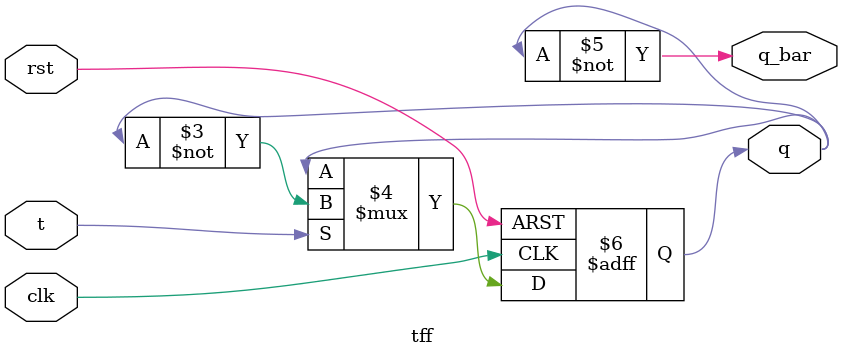
<source format=v>
module tff(
  input clk,rst,t,
  output reg q,
  output q_bar
);
  always@(posedge clk or negedge rst) begin
    if(!rst) q<=0;
    else begin
      q <= t?~q:q;
    end
  end
  assign q_bar=~q;
endmodule

</source>
